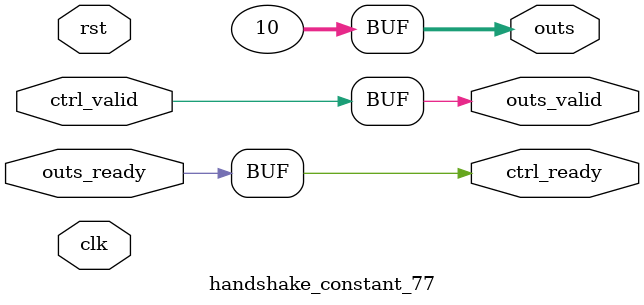
<source format=v>
`timescale 1ns / 1ps
module handshake_constant_77 #(
  parameter DATA_WIDTH = 32  // Default set to 32 bits
) (
  input                       clk,
  input                       rst,
  // Input Channel
  input                       ctrl_valid,
  output                      ctrl_ready,
  // Output Channel
  output [DATA_WIDTH - 1 : 0] outs,
  output                      outs_valid,
  input                       outs_ready
);
  assign outs       = 5'b01010;
  assign outs_valid = ctrl_valid;
  assign ctrl_ready = outs_ready;

endmodule

</source>
